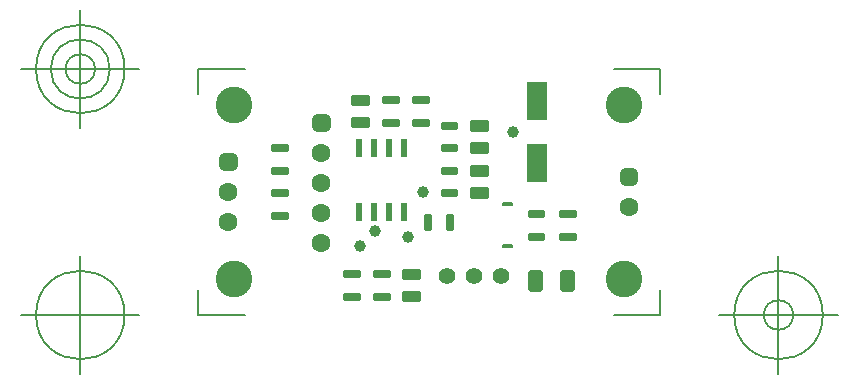
<source format=gbr>
G04 Generated by Ultiboard 14.2 *
%FSLAX24Y24*%
%MOIN*%

%ADD10C,0.0001*%
%ADD11C,0.0050*%
%ADD12C,0.0394*%
%ADD13C,0.1220*%
%ADD14R,0.0417X0.0108*%
%ADD15C,0.0167*%
%ADD16R,0.0108X0.0417*%
%ADD17R,0.0467X0.0225*%
%ADD18C,0.0633*%
%ADD19R,0.0208X0.0208*%
%ADD20C,0.0392*%
%ADD21R,0.0236X0.0610*%
%ADD22C,0.0560*%
%ADD23R,0.0650X0.1260*%
%ADD24R,0.0250X0.0483*%
%ADD25C,0.0233*%
%ADD26R,0.0315X0.0079*%
%ADD27C,0.0079*%


G04 ColorRGB FF00CC for the following layer *
%LNSolder Mask Top*%
%LPD*%
G54D10*
G54D11*
X600Y30000D02*
X600Y30820D01*
X600Y30000D02*
X2140Y30000D01*
X16000Y30000D02*
X14460Y30000D01*
X16000Y30000D02*
X16000Y30820D01*
X16000Y38200D02*
X16000Y37380D01*
X16000Y38200D02*
X14460Y38200D01*
X600Y38200D02*
X2140Y38200D01*
X600Y38200D02*
X600Y37380D01*
X-1369Y30000D02*
X-5306Y30000D01*
X-3337Y28031D02*
X-3337Y31969D01*
X-4813Y30000D02*
G75*
D01*
G02X-4813Y30000I1476J0*
G01*
X17969Y30000D02*
X21906Y30000D01*
X19937Y28031D02*
X19937Y31969D01*
X18461Y30000D02*
G75*
D01*
G02X18461Y30000I1476J0*
G01*
X19445Y30000D02*
G75*
D01*
G02X19445Y30000I492J0*
G01*
X-1369Y38200D02*
X-5306Y38200D01*
X-3337Y36231D02*
X-3337Y40169D01*
X-4813Y38200D02*
G75*
D01*
G02X-4813Y38200I1476J0*
G01*
X-4321Y38200D02*
G75*
D01*
G02X-4321Y38200I984J0*
G01*
X-3829Y38200D02*
G75*
D01*
G02X-3829Y38200I492J0*
G01*
G54D12*
X8100Y34100D03*
X6500Y32800D03*
X6000Y32300D03*
X7600Y32600D03*
X11100Y36100D03*
G54D13*
X1800Y37000D03*
X1800Y31200D03*
X14800Y37000D03*
X14800Y31200D03*
G54D14*
X3300Y34825D03*
X3300Y35575D03*
X3300Y33325D03*
X3300Y34075D03*
X8950Y34075D03*
X8950Y34825D03*
X8950Y35575D03*
X8950Y36325D03*
X7000Y36425D03*
X7000Y37175D03*
X8000Y36425D03*
X8000Y37175D03*
X6700Y30625D03*
X6700Y31375D03*
X5700Y30625D03*
X5700Y31375D03*
X11850Y32625D03*
X11850Y33375D03*
X12900Y32625D03*
X12900Y33375D03*
G54D15*
X3092Y34771D02*
X3508Y34771D01*
X3508Y34879D01*
X3092Y34879D01*
X3092Y34771D01*D02*
X3092Y35521D02*
X3508Y35521D01*
X3508Y35629D01*
X3092Y35629D01*
X3092Y35521D01*D02*
X3092Y33271D02*
X3508Y33271D01*
X3508Y33379D01*
X3092Y33379D01*
X3092Y33271D01*D02*
X3092Y34021D02*
X3508Y34021D01*
X3508Y34129D01*
X3092Y34129D01*
X3092Y34021D01*D02*
X8171Y32892D02*
X8279Y32892D01*
X8279Y33308D01*
X8171Y33308D01*
X8171Y32892D01*D02*
X8921Y32892D02*
X9029Y32892D01*
X9029Y33308D01*
X8921Y33308D01*
X8921Y32892D01*D02*
X8742Y34021D02*
X9158Y34021D01*
X9158Y34129D01*
X8742Y34129D01*
X8742Y34021D01*D02*
X8742Y34771D02*
X9158Y34771D01*
X9158Y34879D01*
X8742Y34879D01*
X8742Y34771D01*D02*
X9717Y35471D02*
X10183Y35471D01*
X10183Y35695D01*
X9717Y35695D01*
X9717Y35471D01*D02*
X9717Y36205D02*
X10183Y36205D01*
X10183Y36429D01*
X9717Y36429D01*
X9717Y36205D01*D02*
X8742Y35521D02*
X9158Y35521D01*
X9158Y35629D01*
X8742Y35629D01*
X8742Y35521D01*D02*
X8742Y36271D02*
X9158Y36271D01*
X9158Y36379D01*
X8742Y36379D01*
X8742Y36271D01*D02*
X6792Y36371D02*
X7208Y36371D01*
X7208Y36479D01*
X6792Y36479D01*
X6792Y36371D01*D02*
X6792Y37121D02*
X7208Y37121D01*
X7208Y37229D01*
X6792Y37229D01*
X6792Y37121D01*D02*
X7792Y36371D02*
X8208Y36371D01*
X8208Y36479D01*
X7792Y36479D01*
X7792Y36371D01*D02*
X7792Y37121D02*
X8208Y37121D01*
X8208Y37229D01*
X7792Y37229D01*
X7792Y37121D01*D02*
X7467Y30521D02*
X7933Y30521D01*
X7933Y30745D01*
X7467Y30745D01*
X7467Y30521D01*D02*
X7467Y31255D02*
X7933Y31255D01*
X7933Y31479D01*
X7467Y31479D01*
X7467Y31255D01*D02*
X6492Y30571D02*
X6908Y30571D01*
X6908Y30679D01*
X6492Y30679D01*
X6492Y30571D01*D02*
X6492Y31321D02*
X6908Y31321D01*
X6908Y31429D01*
X6492Y31429D01*
X6492Y31321D01*D02*
X5767Y36321D02*
X6233Y36321D01*
X6233Y36545D01*
X5767Y36545D01*
X5767Y36321D01*D02*
X5767Y37055D02*
X6233Y37055D01*
X6233Y37279D01*
X5767Y37279D01*
X5767Y37055D01*D02*
X5492Y30571D02*
X5908Y30571D01*
X5908Y30679D01*
X5492Y30679D01*
X5492Y30571D01*D02*
X5492Y31321D02*
X5908Y31321D01*
X5908Y31429D01*
X5492Y31429D01*
X5492Y31321D01*D02*
X11642Y32571D02*
X12058Y32571D01*
X12058Y32679D01*
X11642Y32679D01*
X11642Y32571D01*D02*
X11642Y33321D02*
X12058Y33321D01*
X12058Y33429D01*
X11642Y33429D01*
X11642Y33321D01*D02*
X9717Y33971D02*
X10183Y33971D01*
X10183Y34195D01*
X9717Y34195D01*
X9717Y33971D01*D02*
X9717Y34705D02*
X10183Y34705D01*
X10183Y34929D01*
X9717Y34929D01*
X9717Y34705D01*D02*
X12692Y32571D02*
X13108Y32571D01*
X13108Y32679D01*
X12692Y32679D01*
X12692Y32571D01*D02*
X12692Y33321D02*
X13108Y33321D01*
X13108Y33429D01*
X12692Y33429D01*
X12692Y33321D01*D02*
G54D16*
X8225Y33100D03*
X8975Y33100D03*
G54D17*
X9950Y35583D03*
X9950Y36317D03*
X7700Y30633D03*
X7700Y31367D03*
X6000Y36433D03*
X6000Y37167D03*
X9950Y34083D03*
X9950Y34817D03*
G54D18*
X4700Y33400D03*
X4700Y35400D03*
X4700Y34400D03*
X4700Y32400D03*
X1600Y34100D03*
X1600Y33100D03*
X14950Y33600D03*
G54D19*
X4700Y36400D03*
X1600Y35100D03*
X14950Y34600D03*
G54D20*
X4596Y36296D02*
X4804Y36296D01*
X4804Y36504D01*
X4596Y36504D01*
X4596Y36296D01*D02*
X1496Y34996D02*
X1704Y34996D01*
X1704Y35204D01*
X1496Y35204D01*
X1496Y34996D01*D02*
X14846Y34496D02*
X15054Y34496D01*
X15054Y34704D01*
X14846Y34704D01*
X14846Y34496D01*D02*
G54D21*
X6450Y33437D03*
X5950Y33437D03*
X6950Y33437D03*
X7450Y33437D03*
X5950Y35563D03*
X6450Y35563D03*
X6950Y35563D03*
X7450Y35563D03*
G54D22*
X10700Y31300D03*
X9798Y31300D03*
X8897Y31300D03*
G54D23*
X11900Y35057D03*
X11900Y37143D03*
G54D24*
X11821Y31150D03*
X12879Y31150D03*
G54D25*
X11696Y30909D02*
X11946Y30909D01*
X11946Y31391D01*
X11696Y31391D01*
X11696Y30909D01*D02*
X12754Y30909D02*
X13004Y30909D01*
X13004Y31391D01*
X12754Y31391D01*
X12754Y30909D01*D02*
G54D26*
X10900Y32291D03*
X10900Y33709D03*
G54D27*
X10743Y32252D02*
X11057Y32252D01*
X11057Y32330D01*
X10743Y32330D01*
X10743Y32252D01*D02*
X10743Y33670D02*
X11057Y33670D01*
X11057Y33748D01*
X10743Y33748D01*
X10743Y33670D01*D02*

M02*

</source>
